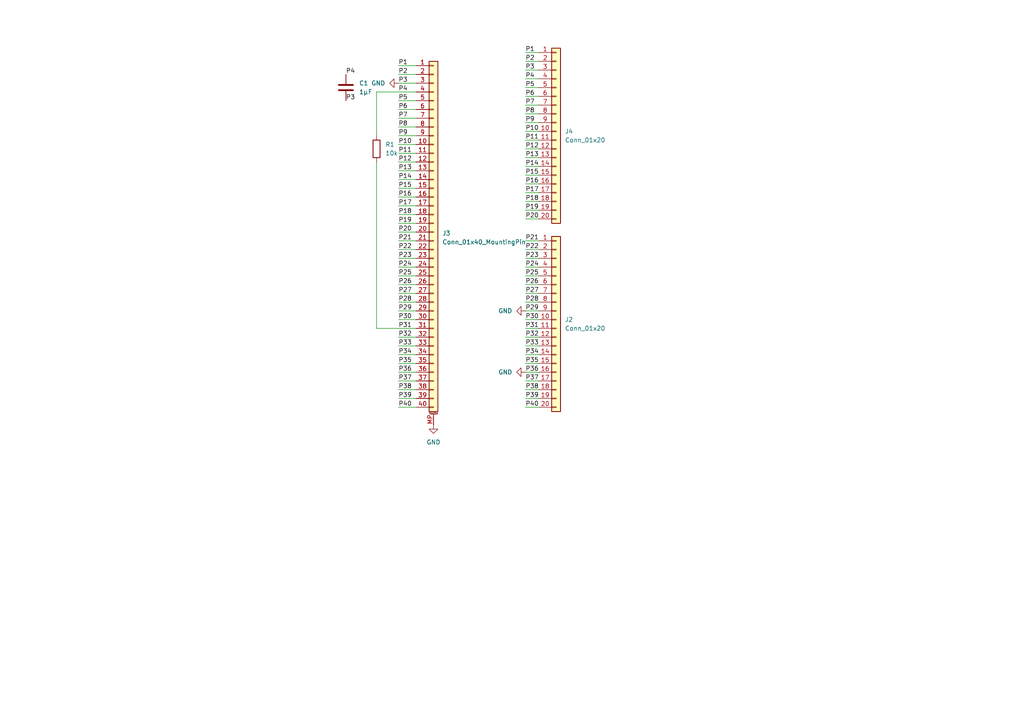
<source format=kicad_sch>
(kicad_sch
	(version 20250114)
	(generator "eeschema")
	(generator_version "9.0")
	(uuid "045256ba-2657-4493-ae73-a3e5607f8f82")
	(paper "A4")
	(lib_symbols
		(symbol "Connector_Generic:Conn_01x20"
			(pin_names
				(offset 1.016)
				(hide yes)
			)
			(exclude_from_sim no)
			(in_bom yes)
			(on_board yes)
			(property "Reference" "J"
				(at 0 25.4 0)
				(effects
					(font
						(size 1.27 1.27)
					)
				)
			)
			(property "Value" "Conn_01x20"
				(at 0 -27.94 0)
				(effects
					(font
						(size 1.27 1.27)
					)
				)
			)
			(property "Footprint" ""
				(at 0 0 0)
				(effects
					(font
						(size 1.27 1.27)
					)
					(hide yes)
				)
			)
			(property "Datasheet" "~"
				(at 0 0 0)
				(effects
					(font
						(size 1.27 1.27)
					)
					(hide yes)
				)
			)
			(property "Description" "Generic connector, single row, 01x20, script generated (kicad-library-utils/schlib/autogen/connector/)"
				(at 0 0 0)
				(effects
					(font
						(size 1.27 1.27)
					)
					(hide yes)
				)
			)
			(property "ki_keywords" "connector"
				(at 0 0 0)
				(effects
					(font
						(size 1.27 1.27)
					)
					(hide yes)
				)
			)
			(property "ki_fp_filters" "Connector*:*_1x??_*"
				(at 0 0 0)
				(effects
					(font
						(size 1.27 1.27)
					)
					(hide yes)
				)
			)
			(symbol "Conn_01x20_1_1"
				(rectangle
					(start -1.27 24.13)
					(end 1.27 -26.67)
					(stroke
						(width 0.254)
						(type default)
					)
					(fill
						(type background)
					)
				)
				(rectangle
					(start -1.27 22.987)
					(end 0 22.733)
					(stroke
						(width 0.1524)
						(type default)
					)
					(fill
						(type none)
					)
				)
				(rectangle
					(start -1.27 20.447)
					(end 0 20.193)
					(stroke
						(width 0.1524)
						(type default)
					)
					(fill
						(type none)
					)
				)
				(rectangle
					(start -1.27 17.907)
					(end 0 17.653)
					(stroke
						(width 0.1524)
						(type default)
					)
					(fill
						(type none)
					)
				)
				(rectangle
					(start -1.27 15.367)
					(end 0 15.113)
					(stroke
						(width 0.1524)
						(type default)
					)
					(fill
						(type none)
					)
				)
				(rectangle
					(start -1.27 12.827)
					(end 0 12.573)
					(stroke
						(width 0.1524)
						(type default)
					)
					(fill
						(type none)
					)
				)
				(rectangle
					(start -1.27 10.287)
					(end 0 10.033)
					(stroke
						(width 0.1524)
						(type default)
					)
					(fill
						(type none)
					)
				)
				(rectangle
					(start -1.27 7.747)
					(end 0 7.493)
					(stroke
						(width 0.1524)
						(type default)
					)
					(fill
						(type none)
					)
				)
				(rectangle
					(start -1.27 5.207)
					(end 0 4.953)
					(stroke
						(width 0.1524)
						(type default)
					)
					(fill
						(type none)
					)
				)
				(rectangle
					(start -1.27 2.667)
					(end 0 2.413)
					(stroke
						(width 0.1524)
						(type default)
					)
					(fill
						(type none)
					)
				)
				(rectangle
					(start -1.27 0.127)
					(end 0 -0.127)
					(stroke
						(width 0.1524)
						(type default)
					)
					(fill
						(type none)
					)
				)
				(rectangle
					(start -1.27 -2.413)
					(end 0 -2.667)
					(stroke
						(width 0.1524)
						(type default)
					)
					(fill
						(type none)
					)
				)
				(rectangle
					(start -1.27 -4.953)
					(end 0 -5.207)
					(stroke
						(width 0.1524)
						(type default)
					)
					(fill
						(type none)
					)
				)
				(rectangle
					(start -1.27 -7.493)
					(end 0 -7.747)
					(stroke
						(width 0.1524)
						(type default)
					)
					(fill
						(type none)
					)
				)
				(rectangle
					(start -1.27 -10.033)
					(end 0 -10.287)
					(stroke
						(width 0.1524)
						(type default)
					)
					(fill
						(type none)
					)
				)
				(rectangle
					(start -1.27 -12.573)
					(end 0 -12.827)
					(stroke
						(width 0.1524)
						(type default)
					)
					(fill
						(type none)
					)
				)
				(rectangle
					(start -1.27 -15.113)
					(end 0 -15.367)
					(stroke
						(width 0.1524)
						(type default)
					)
					(fill
						(type none)
					)
				)
				(rectangle
					(start -1.27 -17.653)
					(end 0 -17.907)
					(stroke
						(width 0.1524)
						(type default)
					)
					(fill
						(type none)
					)
				)
				(rectangle
					(start -1.27 -20.193)
					(end 0 -20.447)
					(stroke
						(width 0.1524)
						(type default)
					)
					(fill
						(type none)
					)
				)
				(rectangle
					(start -1.27 -22.733)
					(end 0 -22.987)
					(stroke
						(width 0.1524)
						(type default)
					)
					(fill
						(type none)
					)
				)
				(rectangle
					(start -1.27 -25.273)
					(end 0 -25.527)
					(stroke
						(width 0.1524)
						(type default)
					)
					(fill
						(type none)
					)
				)
				(pin passive line
					(at -5.08 22.86 0)
					(length 3.81)
					(name "Pin_1"
						(effects
							(font
								(size 1.27 1.27)
							)
						)
					)
					(number "1"
						(effects
							(font
								(size 1.27 1.27)
							)
						)
					)
				)
				(pin passive line
					(at -5.08 20.32 0)
					(length 3.81)
					(name "Pin_2"
						(effects
							(font
								(size 1.27 1.27)
							)
						)
					)
					(number "2"
						(effects
							(font
								(size 1.27 1.27)
							)
						)
					)
				)
				(pin passive line
					(at -5.08 17.78 0)
					(length 3.81)
					(name "Pin_3"
						(effects
							(font
								(size 1.27 1.27)
							)
						)
					)
					(number "3"
						(effects
							(font
								(size 1.27 1.27)
							)
						)
					)
				)
				(pin passive line
					(at -5.08 15.24 0)
					(length 3.81)
					(name "Pin_4"
						(effects
							(font
								(size 1.27 1.27)
							)
						)
					)
					(number "4"
						(effects
							(font
								(size 1.27 1.27)
							)
						)
					)
				)
				(pin passive line
					(at -5.08 12.7 0)
					(length 3.81)
					(name "Pin_5"
						(effects
							(font
								(size 1.27 1.27)
							)
						)
					)
					(number "5"
						(effects
							(font
								(size 1.27 1.27)
							)
						)
					)
				)
				(pin passive line
					(at -5.08 10.16 0)
					(length 3.81)
					(name "Pin_6"
						(effects
							(font
								(size 1.27 1.27)
							)
						)
					)
					(number "6"
						(effects
							(font
								(size 1.27 1.27)
							)
						)
					)
				)
				(pin passive line
					(at -5.08 7.62 0)
					(length 3.81)
					(name "Pin_7"
						(effects
							(font
								(size 1.27 1.27)
							)
						)
					)
					(number "7"
						(effects
							(font
								(size 1.27 1.27)
							)
						)
					)
				)
				(pin passive line
					(at -5.08 5.08 0)
					(length 3.81)
					(name "Pin_8"
						(effects
							(font
								(size 1.27 1.27)
							)
						)
					)
					(number "8"
						(effects
							(font
								(size 1.27 1.27)
							)
						)
					)
				)
				(pin passive line
					(at -5.08 2.54 0)
					(length 3.81)
					(name "Pin_9"
						(effects
							(font
								(size 1.27 1.27)
							)
						)
					)
					(number "9"
						(effects
							(font
								(size 1.27 1.27)
							)
						)
					)
				)
				(pin passive line
					(at -5.08 0 0)
					(length 3.81)
					(name "Pin_10"
						(effects
							(font
								(size 1.27 1.27)
							)
						)
					)
					(number "10"
						(effects
							(font
								(size 1.27 1.27)
							)
						)
					)
				)
				(pin passive line
					(at -5.08 -2.54 0)
					(length 3.81)
					(name "Pin_11"
						(effects
							(font
								(size 1.27 1.27)
							)
						)
					)
					(number "11"
						(effects
							(font
								(size 1.27 1.27)
							)
						)
					)
				)
				(pin passive line
					(at -5.08 -5.08 0)
					(length 3.81)
					(name "Pin_12"
						(effects
							(font
								(size 1.27 1.27)
							)
						)
					)
					(number "12"
						(effects
							(font
								(size 1.27 1.27)
							)
						)
					)
				)
				(pin passive line
					(at -5.08 -7.62 0)
					(length 3.81)
					(name "Pin_13"
						(effects
							(font
								(size 1.27 1.27)
							)
						)
					)
					(number "13"
						(effects
							(font
								(size 1.27 1.27)
							)
						)
					)
				)
				(pin passive line
					(at -5.08 -10.16 0)
					(length 3.81)
					(name "Pin_14"
						(effects
							(font
								(size 1.27 1.27)
							)
						)
					)
					(number "14"
						(effects
							(font
								(size 1.27 1.27)
							)
						)
					)
				)
				(pin passive line
					(at -5.08 -12.7 0)
					(length 3.81)
					(name "Pin_15"
						(effects
							(font
								(size 1.27 1.27)
							)
						)
					)
					(number "15"
						(effects
							(font
								(size 1.27 1.27)
							)
						)
					)
				)
				(pin passive line
					(at -5.08 -15.24 0)
					(length 3.81)
					(name "Pin_16"
						(effects
							(font
								(size 1.27 1.27)
							)
						)
					)
					(number "16"
						(effects
							(font
								(size 1.27 1.27)
							)
						)
					)
				)
				(pin passive line
					(at -5.08 -17.78 0)
					(length 3.81)
					(name "Pin_17"
						(effects
							(font
								(size 1.27 1.27)
							)
						)
					)
					(number "17"
						(effects
							(font
								(size 1.27 1.27)
							)
						)
					)
				)
				(pin passive line
					(at -5.08 -20.32 0)
					(length 3.81)
					(name "Pin_18"
						(effects
							(font
								(size 1.27 1.27)
							)
						)
					)
					(number "18"
						(effects
							(font
								(size 1.27 1.27)
							)
						)
					)
				)
				(pin passive line
					(at -5.08 -22.86 0)
					(length 3.81)
					(name "Pin_19"
						(effects
							(font
								(size 1.27 1.27)
							)
						)
					)
					(number "19"
						(effects
							(font
								(size 1.27 1.27)
							)
						)
					)
				)
				(pin passive line
					(at -5.08 -25.4 0)
					(length 3.81)
					(name "Pin_20"
						(effects
							(font
								(size 1.27 1.27)
							)
						)
					)
					(number "20"
						(effects
							(font
								(size 1.27 1.27)
							)
						)
					)
				)
			)
			(embedded_fonts no)
		)
		(symbol "Connector_Generic_MountingPin:Conn_01x40_MountingPin"
			(pin_names
				(offset 1.016)
				(hide yes)
			)
			(exclude_from_sim no)
			(in_bom yes)
			(on_board yes)
			(property "Reference" "J"
				(at 0 50.8 0)
				(effects
					(font
						(size 1.27 1.27)
					)
				)
			)
			(property "Value" "Conn_01x40_MountingPin"
				(at 1.27 -53.34 0)
				(effects
					(font
						(size 1.27 1.27)
					)
					(justify left)
				)
			)
			(property "Footprint" ""
				(at 0 0 0)
				(effects
					(font
						(size 1.27 1.27)
					)
					(hide yes)
				)
			)
			(property "Datasheet" "~"
				(at 0 0 0)
				(effects
					(font
						(size 1.27 1.27)
					)
					(hide yes)
				)
			)
			(property "Description" "Generic connectable mounting pin connector, single row, 01x40, script generated (kicad-library-utils/schlib/autogen/connector/)"
				(at 0 0 0)
				(effects
					(font
						(size 1.27 1.27)
					)
					(hide yes)
				)
			)
			(property "ki_keywords" "connector"
				(at 0 0 0)
				(effects
					(font
						(size 1.27 1.27)
					)
					(hide yes)
				)
			)
			(property "ki_fp_filters" "Connector*:*_1x??-1MP*"
				(at 0 0 0)
				(effects
					(font
						(size 1.27 1.27)
					)
					(hide yes)
				)
			)
			(symbol "Conn_01x40_MountingPin_1_1"
				(rectangle
					(start -1.27 49.53)
					(end 1.27 -52.07)
					(stroke
						(width 0.254)
						(type default)
					)
					(fill
						(type background)
					)
				)
				(rectangle
					(start -1.27 48.387)
					(end 0 48.133)
					(stroke
						(width 0.1524)
						(type default)
					)
					(fill
						(type none)
					)
				)
				(rectangle
					(start -1.27 45.847)
					(end 0 45.593)
					(stroke
						(width 0.1524)
						(type default)
					)
					(fill
						(type none)
					)
				)
				(rectangle
					(start -1.27 43.307)
					(end 0 43.053)
					(stroke
						(width 0.1524)
						(type default)
					)
					(fill
						(type none)
					)
				)
				(rectangle
					(start -1.27 40.767)
					(end 0 40.513)
					(stroke
						(width 0.1524)
						(type default)
					)
					(fill
						(type none)
					)
				)
				(rectangle
					(start -1.27 38.227)
					(end 0 37.973)
					(stroke
						(width 0.1524)
						(type default)
					)
					(fill
						(type none)
					)
				)
				(rectangle
					(start -1.27 35.687)
					(end 0 35.433)
					(stroke
						(width 0.1524)
						(type default)
					)
					(fill
						(type none)
					)
				)
				(rectangle
					(start -1.27 33.147)
					(end 0 32.893)
					(stroke
						(width 0.1524)
						(type default)
					)
					(fill
						(type none)
					)
				)
				(rectangle
					(start -1.27 30.607)
					(end 0 30.353)
					(stroke
						(width 0.1524)
						(type default)
					)
					(fill
						(type none)
					)
				)
				(rectangle
					(start -1.27 28.067)
					(end 0 27.813)
					(stroke
						(width 0.1524)
						(type default)
					)
					(fill
						(type none)
					)
				)
				(rectangle
					(start -1.27 25.527)
					(end 0 25.273)
					(stroke
						(width 0.1524)
						(type default)
					)
					(fill
						(type none)
					)
				)
				(rectangle
					(start -1.27 22.987)
					(end 0 22.733)
					(stroke
						(width 0.1524)
						(type default)
					)
					(fill
						(type none)
					)
				)
				(rectangle
					(start -1.27 20.447)
					(end 0 20.193)
					(stroke
						(width 0.1524)
						(type default)
					)
					(fill
						(type none)
					)
				)
				(rectangle
					(start -1.27 17.907)
					(end 0 17.653)
					(stroke
						(width 0.1524)
						(type default)
					)
					(fill
						(type none)
					)
				)
				(rectangle
					(start -1.27 15.367)
					(end 0 15.113)
					(stroke
						(width 0.1524)
						(type default)
					)
					(fill
						(type none)
					)
				)
				(rectangle
					(start -1.27 12.827)
					(end 0 12.573)
					(stroke
						(width 0.1524)
						(type default)
					)
					(fill
						(type none)
					)
				)
				(rectangle
					(start -1.27 10.287)
					(end 0 10.033)
					(stroke
						(width 0.1524)
						(type default)
					)
					(fill
						(type none)
					)
				)
				(rectangle
					(start -1.27 7.747)
					(end 0 7.493)
					(stroke
						(width 0.1524)
						(type default)
					)
					(fill
						(type none)
					)
				)
				(rectangle
					(start -1.27 5.207)
					(end 0 4.953)
					(stroke
						(width 0.1524)
						(type default)
					)
					(fill
						(type none)
					)
				)
				(rectangle
					(start -1.27 2.667)
					(end 0 2.413)
					(stroke
						(width 0.1524)
						(type default)
					)
					(fill
						(type none)
					)
				)
				(rectangle
					(start -1.27 0.127)
					(end 0 -0.127)
					(stroke
						(width 0.1524)
						(type default)
					)
					(fill
						(type none)
					)
				)
				(rectangle
					(start -1.27 -2.413)
					(end 0 -2.667)
					(stroke
						(width 0.1524)
						(type default)
					)
					(fill
						(type none)
					)
				)
				(rectangle
					(start -1.27 -4.953)
					(end 0 -5.207)
					(stroke
						(width 0.1524)
						(type default)
					)
					(fill
						(type none)
					)
				)
				(rectangle
					(start -1.27 -7.493)
					(end 0 -7.747)
					(stroke
						(width 0.1524)
						(type default)
					)
					(fill
						(type none)
					)
				)
				(rectangle
					(start -1.27 -10.033)
					(end 0 -10.287)
					(stroke
						(width 0.1524)
						(type default)
					)
					(fill
						(type none)
					)
				)
				(rectangle
					(start -1.27 -12.573)
					(end 0 -12.827)
					(stroke
						(width 0.1524)
						(type default)
					)
					(fill
						(type none)
					)
				)
				(rectangle
					(start -1.27 -15.113)
					(end 0 -15.367)
					(stroke
						(width 0.1524)
						(type default)
					)
					(fill
						(type none)
					)
				)
				(rectangle
					(start -1.27 -17.653)
					(end 0 -17.907)
					(stroke
						(width 0.1524)
						(type default)
					)
					(fill
						(type none)
					)
				)
				(rectangle
					(start -1.27 -20.193)
					(end 0 -20.447)
					(stroke
						(width 0.1524)
						(type default)
					)
					(fill
						(type none)
					)
				)
				(rectangle
					(start -1.27 -22.733)
					(end 0 -22.987)
					(stroke
						(width 0.1524)
						(type default)
					)
					(fill
						(type none)
					)
				)
				(rectangle
					(start -1.27 -25.273)
					(end 0 -25.527)
					(stroke
						(width 0.1524)
						(type default)
					)
					(fill
						(type none)
					)
				)
				(rectangle
					(start -1.27 -27.813)
					(end 0 -28.067)
					(stroke
						(width 0.1524)
						(type default)
					)
					(fill
						(type none)
					)
				)
				(rectangle
					(start -1.27 -30.353)
					(end 0 -30.607)
					(stroke
						(width 0.1524)
						(type default)
					)
					(fill
						(type none)
					)
				)
				(rectangle
					(start -1.27 -32.893)
					(end 0 -33.147)
					(stroke
						(width 0.1524)
						(type default)
					)
					(fill
						(type none)
					)
				)
				(rectangle
					(start -1.27 -35.433)
					(end 0 -35.687)
					(stroke
						(width 0.1524)
						(type default)
					)
					(fill
						(type none)
					)
				)
				(rectangle
					(start -1.27 -37.973)
					(end 0 -38.227)
					(stroke
						(width 0.1524)
						(type default)
					)
					(fill
						(type none)
					)
				)
				(rectangle
					(start -1.27 -40.513)
					(end 0 -40.767)
					(stroke
						(width 0.1524)
						(type default)
					)
					(fill
						(type none)
					)
				)
				(rectangle
					(start -1.27 -43.053)
					(end 0 -43.307)
					(stroke
						(width 0.1524)
						(type default)
					)
					(fill
						(type none)
					)
				)
				(rectangle
					(start -1.27 -45.593)
					(end 0 -45.847)
					(stroke
						(width 0.1524)
						(type default)
					)
					(fill
						(type none)
					)
				)
				(rectangle
					(start -1.27 -48.133)
					(end 0 -48.387)
					(stroke
						(width 0.1524)
						(type default)
					)
					(fill
						(type none)
					)
				)
				(rectangle
					(start -1.27 -50.673)
					(end 0 -50.927)
					(stroke
						(width 0.1524)
						(type default)
					)
					(fill
						(type none)
					)
				)
				(polyline
					(pts
						(xy -1.016 -52.832) (xy 1.016 -52.832)
					)
					(stroke
						(width 0.1524)
						(type default)
					)
					(fill
						(type none)
					)
				)
				(text "Mounting"
					(at 0 -52.451 0)
					(effects
						(font
							(size 0.381 0.381)
						)
					)
				)
				(pin passive line
					(at -5.08 48.26 0)
					(length 3.81)
					(name "Pin_1"
						(effects
							(font
								(size 1.27 1.27)
							)
						)
					)
					(number "1"
						(effects
							(font
								(size 1.27 1.27)
							)
						)
					)
				)
				(pin passive line
					(at -5.08 45.72 0)
					(length 3.81)
					(name "Pin_2"
						(effects
							(font
								(size 1.27 1.27)
							)
						)
					)
					(number "2"
						(effects
							(font
								(size 1.27 1.27)
							)
						)
					)
				)
				(pin passive line
					(at -5.08 43.18 0)
					(length 3.81)
					(name "Pin_3"
						(effects
							(font
								(size 1.27 1.27)
							)
						)
					)
					(number "3"
						(effects
							(font
								(size 1.27 1.27)
							)
						)
					)
				)
				(pin passive line
					(at -5.08 40.64 0)
					(length 3.81)
					(name "Pin_4"
						(effects
							(font
								(size 1.27 1.27)
							)
						)
					)
					(number "4"
						(effects
							(font
								(size 1.27 1.27)
							)
						)
					)
				)
				(pin passive line
					(at -5.08 38.1 0)
					(length 3.81)
					(name "Pin_5"
						(effects
							(font
								(size 1.27 1.27)
							)
						)
					)
					(number "5"
						(effects
							(font
								(size 1.27 1.27)
							)
						)
					)
				)
				(pin passive line
					(at -5.08 35.56 0)
					(length 3.81)
					(name "Pin_6"
						(effects
							(font
								(size 1.27 1.27)
							)
						)
					)
					(number "6"
						(effects
							(font
								(size 1.27 1.27)
							)
						)
					)
				)
				(pin passive line
					(at -5.08 33.02 0)
					(length 3.81)
					(name "Pin_7"
						(effects
							(font
								(size 1.27 1.27)
							)
						)
					)
					(number "7"
						(effects
							(font
								(size 1.27 1.27)
							)
						)
					)
				)
				(pin passive line
					(at -5.08 30.48 0)
					(length 3.81)
					(name "Pin_8"
						(effects
							(font
								(size 1.27 1.27)
							)
						)
					)
					(number "8"
						(effects
							(font
								(size 1.27 1.27)
							)
						)
					)
				)
				(pin passive line
					(at -5.08 27.94 0)
					(length 3.81)
					(name "Pin_9"
						(effects
							(font
								(size 1.27 1.27)
							)
						)
					)
					(number "9"
						(effects
							(font
								(size 1.27 1.27)
							)
						)
					)
				)
				(pin passive line
					(at -5.08 25.4 0)
					(length 3.81)
					(name "Pin_10"
						(effects
							(font
								(size 1.27 1.27)
							)
						)
					)
					(number "10"
						(effects
							(font
								(size 1.27 1.27)
							)
						)
					)
				)
				(pin passive line
					(at -5.08 22.86 0)
					(length 3.81)
					(name "Pin_11"
						(effects
							(font
								(size 1.27 1.27)
							)
						)
					)
					(number "11"
						(effects
							(font
								(size 1.27 1.27)
							)
						)
					)
				)
				(pin passive line
					(at -5.08 20.32 0)
					(length 3.81)
					(name "Pin_12"
						(effects
							(font
								(size 1.27 1.27)
							)
						)
					)
					(number "12"
						(effects
							(font
								(size 1.27 1.27)
							)
						)
					)
				)
				(pin passive line
					(at -5.08 17.78 0)
					(length 3.81)
					(name "Pin_13"
						(effects
							(font
								(size 1.27 1.27)
							)
						)
					)
					(number "13"
						(effects
							(font
								(size 1.27 1.27)
							)
						)
					)
				)
				(pin passive line
					(at -5.08 15.24 0)
					(length 3.81)
					(name "Pin_14"
						(effects
							(font
								(size 1.27 1.27)
							)
						)
					)
					(number "14"
						(effects
							(font
								(size 1.27 1.27)
							)
						)
					)
				)
				(pin passive line
					(at -5.08 12.7 0)
					(length 3.81)
					(name "Pin_15"
						(effects
							(font
								(size 1.27 1.27)
							)
						)
					)
					(number "15"
						(effects
							(font
								(size 1.27 1.27)
							)
						)
					)
				)
				(pin passive line
					(at -5.08 10.16 0)
					(length 3.81)
					(name "Pin_16"
						(effects
							(font
								(size 1.27 1.27)
							)
						)
					)
					(number "16"
						(effects
							(font
								(size 1.27 1.27)
							)
						)
					)
				)
				(pin passive line
					(at -5.08 7.62 0)
					(length 3.81)
					(name "Pin_17"
						(effects
							(font
								(size 1.27 1.27)
							)
						)
					)
					(number "17"
						(effects
							(font
								(size 1.27 1.27)
							)
						)
					)
				)
				(pin passive line
					(at -5.08 5.08 0)
					(length 3.81)
					(name "Pin_18"
						(effects
							(font
								(size 1.27 1.27)
							)
						)
					)
					(number "18"
						(effects
							(font
								(size 1.27 1.27)
							)
						)
					)
				)
				(pin passive line
					(at -5.08 2.54 0)
					(length 3.81)
					(name "Pin_19"
						(effects
							(font
								(size 1.27 1.27)
							)
						)
					)
					(number "19"
						(effects
							(font
								(size 1.27 1.27)
							)
						)
					)
				)
				(pin passive line
					(at -5.08 0 0)
					(length 3.81)
					(name "Pin_20"
						(effects
							(font
								(size 1.27 1.27)
							)
						)
					)
					(number "20"
						(effects
							(font
								(size 1.27 1.27)
							)
						)
					)
				)
				(pin passive line
					(at -5.08 -2.54 0)
					(length 3.81)
					(name "Pin_21"
						(effects
							(font
								(size 1.27 1.27)
							)
						)
					)
					(number "21"
						(effects
							(font
								(size 1.27 1.27)
							)
						)
					)
				)
				(pin passive line
					(at -5.08 -5.08 0)
					(length 3.81)
					(name "Pin_22"
						(effects
							(font
								(size 1.27 1.27)
							)
						)
					)
					(number "22"
						(effects
							(font
								(size 1.27 1.27)
							)
						)
					)
				)
				(pin passive line
					(at -5.08 -7.62 0)
					(length 3.81)
					(name "Pin_23"
						(effects
							(font
								(size 1.27 1.27)
							)
						)
					)
					(number "23"
						(effects
							(font
								(size 1.27 1.27)
							)
						)
					)
				)
				(pin passive line
					(at -5.08 -10.16 0)
					(length 3.81)
					(name "Pin_24"
						(effects
							(font
								(size 1.27 1.27)
							)
						)
					)
					(number "24"
						(effects
							(font
								(size 1.27 1.27)
							)
						)
					)
				)
				(pin passive line
					(at -5.08 -12.7 0)
					(length 3.81)
					(name "Pin_25"
						(effects
							(font
								(size 1.27 1.27)
							)
						)
					)
					(number "25"
						(effects
							(font
								(size 1.27 1.27)
							)
						)
					)
				)
				(pin passive line
					(at -5.08 -15.24 0)
					(length 3.81)
					(name "Pin_26"
						(effects
							(font
								(size 1.27 1.27)
							)
						)
					)
					(number "26"
						(effects
							(font
								(size 1.27 1.27)
							)
						)
					)
				)
				(pin passive line
					(at -5.08 -17.78 0)
					(length 3.81)
					(name "Pin_27"
						(effects
							(font
								(size 1.27 1.27)
							)
						)
					)
					(number "27"
						(effects
							(font
								(size 1.27 1.27)
							)
						)
					)
				)
				(pin passive line
					(at -5.08 -20.32 0)
					(length 3.81)
					(name "Pin_28"
						(effects
							(font
								(size 1.27 1.27)
							)
						)
					)
					(number "28"
						(effects
							(font
								(size 1.27 1.27)
							)
						)
					)
				)
				(pin passive line
					(at -5.08 -22.86 0)
					(length 3.81)
					(name "Pin_29"
						(effects
							(font
								(size 1.27 1.27)
							)
						)
					)
					(number "29"
						(effects
							(font
								(size 1.27 1.27)
							)
						)
					)
				)
				(pin passive line
					(at -5.08 -25.4 0)
					(length 3.81)
					(name "Pin_30"
						(effects
							(font
								(size 1.27 1.27)
							)
						)
					)
					(number "30"
						(effects
							(font
								(size 1.27 1.27)
							)
						)
					)
				)
				(pin passive line
					(at -5.08 -27.94 0)
					(length 3.81)
					(name "Pin_31"
						(effects
							(font
								(size 1.27 1.27)
							)
						)
					)
					(number "31"
						(effects
							(font
								(size 1.27 1.27)
							)
						)
					)
				)
				(pin passive line
					(at -5.08 -30.48 0)
					(length 3.81)
					(name "Pin_32"
						(effects
							(font
								(size 1.27 1.27)
							)
						)
					)
					(number "32"
						(effects
							(font
								(size 1.27 1.27)
							)
						)
					)
				)
				(pin passive line
					(at -5.08 -33.02 0)
					(length 3.81)
					(name "Pin_33"
						(effects
							(font
								(size 1.27 1.27)
							)
						)
					)
					(number "33"
						(effects
							(font
								(size 1.27 1.27)
							)
						)
					)
				)
				(pin passive line
					(at -5.08 -35.56 0)
					(length 3.81)
					(name "Pin_34"
						(effects
							(font
								(size 1.27 1.27)
							)
						)
					)
					(number "34"
						(effects
							(font
								(size 1.27 1.27)
							)
						)
					)
				)
				(pin passive line
					(at -5.08 -38.1 0)
					(length 3.81)
					(name "Pin_35"
						(effects
							(font
								(size 1.27 1.27)
							)
						)
					)
					(number "35"
						(effects
							(font
								(size 1.27 1.27)
							)
						)
					)
				)
				(pin passive line
					(at -5.08 -40.64 0)
					(length 3.81)
					(name "Pin_36"
						(effects
							(font
								(size 1.27 1.27)
							)
						)
					)
					(number "36"
						(effects
							(font
								(size 1.27 1.27)
							)
						)
					)
				)
				(pin passive line
					(at -5.08 -43.18 0)
					(length 3.81)
					(name "Pin_37"
						(effects
							(font
								(size 1.27 1.27)
							)
						)
					)
					(number "37"
						(effects
							(font
								(size 1.27 1.27)
							)
						)
					)
				)
				(pin passive line
					(at -5.08 -45.72 0)
					(length 3.81)
					(name "Pin_38"
						(effects
							(font
								(size 1.27 1.27)
							)
						)
					)
					(number "38"
						(effects
							(font
								(size 1.27 1.27)
							)
						)
					)
				)
				(pin passive line
					(at -5.08 -48.26 0)
					(length 3.81)
					(name "Pin_39"
						(effects
							(font
								(size 1.27 1.27)
							)
						)
					)
					(number "39"
						(effects
							(font
								(size 1.27 1.27)
							)
						)
					)
				)
				(pin passive line
					(at -5.08 -50.8 0)
					(length 3.81)
					(name "Pin_40"
						(effects
							(font
								(size 1.27 1.27)
							)
						)
					)
					(number "40"
						(effects
							(font
								(size 1.27 1.27)
							)
						)
					)
				)
				(pin passive line
					(at 0 -55.88 90)
					(length 3.048)
					(name "MountPin"
						(effects
							(font
								(size 1.27 1.27)
							)
						)
					)
					(number "MP"
						(effects
							(font
								(size 1.27 1.27)
							)
						)
					)
				)
			)
			(embedded_fonts no)
		)
		(symbol "Device:C"
			(pin_numbers
				(hide yes)
			)
			(pin_names
				(offset 0.254)
			)
			(exclude_from_sim no)
			(in_bom yes)
			(on_board yes)
			(property "Reference" "C"
				(at 0.635 2.54 0)
				(effects
					(font
						(size 1.27 1.27)
					)
					(justify left)
				)
			)
			(property "Value" "C"
				(at 0.635 -2.54 0)
				(effects
					(font
						(size 1.27 1.27)
					)
					(justify left)
				)
			)
			(property "Footprint" ""
				(at 0.9652 -3.81 0)
				(effects
					(font
						(size 1.27 1.27)
					)
					(hide yes)
				)
			)
			(property "Datasheet" "~"
				(at 0 0 0)
				(effects
					(font
						(size 1.27 1.27)
					)
					(hide yes)
				)
			)
			(property "Description" "Unpolarized capacitor"
				(at 0 0 0)
				(effects
					(font
						(size 1.27 1.27)
					)
					(hide yes)
				)
			)
			(property "ki_keywords" "cap capacitor"
				(at 0 0 0)
				(effects
					(font
						(size 1.27 1.27)
					)
					(hide yes)
				)
			)
			(property "ki_fp_filters" "C_*"
				(at 0 0 0)
				(effects
					(font
						(size 1.27 1.27)
					)
					(hide yes)
				)
			)
			(symbol "C_0_1"
				(polyline
					(pts
						(xy -2.032 0.762) (xy 2.032 0.762)
					)
					(stroke
						(width 0.508)
						(type default)
					)
					(fill
						(type none)
					)
				)
				(polyline
					(pts
						(xy -2.032 -0.762) (xy 2.032 -0.762)
					)
					(stroke
						(width 0.508)
						(type default)
					)
					(fill
						(type none)
					)
				)
			)
			(symbol "C_1_1"
				(pin passive line
					(at 0 3.81 270)
					(length 2.794)
					(name "~"
						(effects
							(font
								(size 1.27 1.27)
							)
						)
					)
					(number "1"
						(effects
							(font
								(size 1.27 1.27)
							)
						)
					)
				)
				(pin passive line
					(at 0 -3.81 90)
					(length 2.794)
					(name "~"
						(effects
							(font
								(size 1.27 1.27)
							)
						)
					)
					(number "2"
						(effects
							(font
								(size 1.27 1.27)
							)
						)
					)
				)
			)
			(embedded_fonts no)
		)
		(symbol "Device:R"
			(pin_numbers
				(hide yes)
			)
			(pin_names
				(offset 0)
			)
			(exclude_from_sim no)
			(in_bom yes)
			(on_board yes)
			(property "Reference" "R"
				(at 2.032 0 90)
				(effects
					(font
						(size 1.27 1.27)
					)
				)
			)
			(property "Value" "R"
				(at 0 0 90)
				(effects
					(font
						(size 1.27 1.27)
					)
				)
			)
			(property "Footprint" ""
				(at -1.778 0 90)
				(effects
					(font
						(size 1.27 1.27)
					)
					(hide yes)
				)
			)
			(property "Datasheet" "~"
				(at 0 0 0)
				(effects
					(font
						(size 1.27 1.27)
					)
					(hide yes)
				)
			)
			(property "Description" "Resistor"
				(at 0 0 0)
				(effects
					(font
						(size 1.27 1.27)
					)
					(hide yes)
				)
			)
			(property "ki_keywords" "R res resistor"
				(at 0 0 0)
				(effects
					(font
						(size 1.27 1.27)
					)
					(hide yes)
				)
			)
			(property "ki_fp_filters" "R_*"
				(at 0 0 0)
				(effects
					(font
						(size 1.27 1.27)
					)
					(hide yes)
				)
			)
			(symbol "R_0_1"
				(rectangle
					(start -1.016 -2.54)
					(end 1.016 2.54)
					(stroke
						(width 0.254)
						(type default)
					)
					(fill
						(type none)
					)
				)
			)
			(symbol "R_1_1"
				(pin passive line
					(at 0 3.81 270)
					(length 1.27)
					(name "~"
						(effects
							(font
								(size 1.27 1.27)
							)
						)
					)
					(number "1"
						(effects
							(font
								(size 1.27 1.27)
							)
						)
					)
				)
				(pin passive line
					(at 0 -3.81 90)
					(length 1.27)
					(name "~"
						(effects
							(font
								(size 1.27 1.27)
							)
						)
					)
					(number "2"
						(effects
							(font
								(size 1.27 1.27)
							)
						)
					)
				)
			)
			(embedded_fonts no)
		)
		(symbol "power:GND"
			(power)
			(pin_numbers
				(hide yes)
			)
			(pin_names
				(offset 0)
				(hide yes)
			)
			(exclude_from_sim no)
			(in_bom yes)
			(on_board yes)
			(property "Reference" "#PWR"
				(at 0 -6.35 0)
				(effects
					(font
						(size 1.27 1.27)
					)
					(hide yes)
				)
			)
			(property "Value" "GND"
				(at 0 -3.81 0)
				(effects
					(font
						(size 1.27 1.27)
					)
				)
			)
			(property "Footprint" ""
				(at 0 0 0)
				(effects
					(font
						(size 1.27 1.27)
					)
					(hide yes)
				)
			)
			(property "Datasheet" ""
				(at 0 0 0)
				(effects
					(font
						(size 1.27 1.27)
					)
					(hide yes)
				)
			)
			(property "Description" "Power symbol creates a global label with name \"GND\" , ground"
				(at 0 0 0)
				(effects
					(font
						(size 1.27 1.27)
					)
					(hide yes)
				)
			)
			(property "ki_keywords" "global power"
				(at 0 0 0)
				(effects
					(font
						(size 1.27 1.27)
					)
					(hide yes)
				)
			)
			(symbol "GND_0_1"
				(polyline
					(pts
						(xy 0 0) (xy 0 -1.27) (xy 1.27 -1.27) (xy 0 -2.54) (xy -1.27 -1.27) (xy 0 -1.27)
					)
					(stroke
						(width 0)
						(type default)
					)
					(fill
						(type none)
					)
				)
			)
			(symbol "GND_1_1"
				(pin power_in line
					(at 0 0 270)
					(length 0)
					(name "~"
						(effects
							(font
								(size 1.27 1.27)
							)
						)
					)
					(number "1"
						(effects
							(font
								(size 1.27 1.27)
							)
						)
					)
				)
			)
			(embedded_fonts no)
		)
	)
	(wire
		(pts
			(xy 156.21 53.34) (xy 152.4 53.34)
		)
		(stroke
			(width 0)
			(type default)
		)
		(uuid "01c6b00e-a5c6-4cfd-8ad7-a76939132f06")
	)
	(wire
		(pts
			(xy 156.21 48.26) (xy 152.4 48.26)
		)
		(stroke
			(width 0)
			(type default)
		)
		(uuid "078a569f-c942-4c90-9094-6eeb890632b6")
	)
	(wire
		(pts
			(xy 120.65 41.91) (xy 115.57 41.91)
		)
		(stroke
			(width 0)
			(type default)
		)
		(uuid "07fa72c2-f377-4552-8c32-5bff1c70785b")
	)
	(wire
		(pts
			(xy 120.65 44.45) (xy 115.57 44.45)
		)
		(stroke
			(width 0)
			(type default)
		)
		(uuid "091f951c-6a8d-4063-b48c-35bde2c1f0ea")
	)
	(wire
		(pts
			(xy 156.21 63.5) (xy 152.4 63.5)
		)
		(stroke
			(width 0)
			(type default)
		)
		(uuid "0e02720a-21b6-471e-b550-f1d156b3de7a")
	)
	(wire
		(pts
			(xy 156.21 15.24) (xy 152.4 15.24)
		)
		(stroke
			(width 0)
			(type default)
		)
		(uuid "15eceb88-26ad-4bd1-ba22-c34bd14cf1d8")
	)
	(wire
		(pts
			(xy 120.65 36.83) (xy 115.57 36.83)
		)
		(stroke
			(width 0)
			(type default)
		)
		(uuid "191bd815-ce12-4e4b-b348-0eedd68bf749")
	)
	(wire
		(pts
			(xy 156.21 110.49) (xy 152.4 110.49)
		)
		(stroke
			(width 0)
			(type default)
		)
		(uuid "19826288-9e6f-4d1d-9461-16ae5579e717")
	)
	(wire
		(pts
			(xy 156.21 77.47) (xy 152.4 77.47)
		)
		(stroke
			(width 0)
			(type default)
		)
		(uuid "2182571a-8848-4f4f-9504-fca5d5e52587")
	)
	(wire
		(pts
			(xy 156.21 107.95) (xy 152.4 107.95)
		)
		(stroke
			(width 0)
			(type default)
		)
		(uuid "23dff609-353b-4708-90c7-b30a3e4e2b60")
	)
	(wire
		(pts
			(xy 156.21 69.85) (xy 152.4 69.85)
		)
		(stroke
			(width 0)
			(type default)
		)
		(uuid "27e0d02e-03a7-47dd-a89a-2724d62d6984")
	)
	(wire
		(pts
			(xy 109.22 46.99) (xy 109.22 95.25)
		)
		(stroke
			(width 0)
			(type default)
		)
		(uuid "27e3a86f-19ec-41b9-a298-7c55be604c6f")
	)
	(wire
		(pts
			(xy 156.21 115.57) (xy 152.4 115.57)
		)
		(stroke
			(width 0)
			(type default)
		)
		(uuid "2adcc0d2-ccc9-4647-b717-e3c032529538")
	)
	(wire
		(pts
			(xy 156.21 33.02) (xy 152.4 33.02)
		)
		(stroke
			(width 0)
			(type default)
		)
		(uuid "2ed209de-dfe7-4f22-856c-6ae5fa21485c")
	)
	(wire
		(pts
			(xy 156.21 17.78) (xy 152.4 17.78)
		)
		(stroke
			(width 0)
			(type default)
		)
		(uuid "31b2fa0a-b835-44f6-9813-1106b26c7416")
	)
	(wire
		(pts
			(xy 120.65 46.99) (xy 115.57 46.99)
		)
		(stroke
			(width 0)
			(type default)
		)
		(uuid "395bf10a-fb63-4c0b-973b-71e5f582f512")
	)
	(wire
		(pts
			(xy 156.21 80.01) (xy 152.4 80.01)
		)
		(stroke
			(width 0)
			(type default)
		)
		(uuid "3a6f3a1f-6837-4abf-8721-86121e4755f3")
	)
	(wire
		(pts
			(xy 156.21 85.09) (xy 152.4 85.09)
		)
		(stroke
			(width 0)
			(type default)
		)
		(uuid "3b886747-5759-478d-9802-2c1a09cbbdaa")
	)
	(wire
		(pts
			(xy 120.65 90.17) (xy 115.57 90.17)
		)
		(stroke
			(width 0)
			(type default)
		)
		(uuid "41021e5c-8d29-476d-b767-42ea7c533a6d")
	)
	(wire
		(pts
			(xy 156.21 38.1) (xy 152.4 38.1)
		)
		(stroke
			(width 0)
			(type default)
		)
		(uuid "41aa5398-17d5-49d6-9626-90136c52a8f7")
	)
	(wire
		(pts
			(xy 120.65 82.55) (xy 115.57 82.55)
		)
		(stroke
			(width 0)
			(type default)
		)
		(uuid "4331cd2c-0419-4c15-b0ad-8146e834b4e0")
	)
	(wire
		(pts
			(xy 156.21 22.86) (xy 152.4 22.86)
		)
		(stroke
			(width 0)
			(type default)
		)
		(uuid "4594feb6-f9cd-45f7-8de1-21f0bc7347be")
	)
	(wire
		(pts
			(xy 120.65 115.57) (xy 115.57 115.57)
		)
		(stroke
			(width 0)
			(type default)
		)
		(uuid "548a8552-af76-4394-ad14-f3993479d299")
	)
	(wire
		(pts
			(xy 109.22 26.67) (xy 120.65 26.67)
		)
		(stroke
			(width 0)
			(type default)
		)
		(uuid "59add354-7c33-4a2b-8bab-e776b17e969a")
	)
	(wire
		(pts
			(xy 109.22 95.25) (xy 120.65 95.25)
		)
		(stroke
			(width 0)
			(type default)
		)
		(uuid "5e6f3411-e6e0-4f04-b36b-12d18414f12a")
	)
	(wire
		(pts
			(xy 156.21 82.55) (xy 152.4 82.55)
		)
		(stroke
			(width 0)
			(type default)
		)
		(uuid "65d39c43-7543-48d6-af8b-7d0436bf47ea")
	)
	(wire
		(pts
			(xy 120.65 118.11) (xy 115.57 118.11)
		)
		(stroke
			(width 0)
			(type default)
		)
		(uuid "6720ecac-61df-43d1-a3c7-f47103d51a4a")
	)
	(wire
		(pts
			(xy 156.21 72.39) (xy 152.4 72.39)
		)
		(stroke
			(width 0)
			(type default)
		)
		(uuid "6a146d8a-6882-4d2a-a8d3-aa6f6434df71")
	)
	(wire
		(pts
			(xy 120.65 80.01) (xy 115.57 80.01)
		)
		(stroke
			(width 0)
			(type default)
		)
		(uuid "6b4065d6-c062-4f94-afb8-f9d649cb3ba6")
	)
	(wire
		(pts
			(xy 156.21 45.72) (xy 152.4 45.72)
		)
		(stroke
			(width 0)
			(type default)
		)
		(uuid "6c4782ff-e812-4966-8a59-889d9cd4dd48")
	)
	(wire
		(pts
			(xy 156.21 35.56) (xy 152.4 35.56)
		)
		(stroke
			(width 0)
			(type default)
		)
		(uuid "6c97f88c-b542-4437-ae10-37da99b4deb0")
	)
	(wire
		(pts
			(xy 120.65 102.87) (xy 115.57 102.87)
		)
		(stroke
			(width 0)
			(type default)
		)
		(uuid "6e68d452-229f-4e43-8946-f9c20480b001")
	)
	(wire
		(pts
			(xy 156.21 55.88) (xy 152.4 55.88)
		)
		(stroke
			(width 0)
			(type default)
		)
		(uuid "73e4b8ee-c4f7-49b5-9ea4-1aee81ffe939")
	)
	(wire
		(pts
			(xy 120.65 39.37) (xy 115.57 39.37)
		)
		(stroke
			(width 0)
			(type default)
		)
		(uuid "7475c524-9e4e-436b-8261-c62bf48f276b")
	)
	(wire
		(pts
			(xy 156.21 113.03) (xy 152.4 113.03)
		)
		(stroke
			(width 0)
			(type default)
		)
		(uuid "74a3c90f-5158-48cd-aa8b-b03a11f6f62c")
	)
	(wire
		(pts
			(xy 120.65 97.79) (xy 115.57 97.79)
		)
		(stroke
			(width 0)
			(type default)
		)
		(uuid "74eeafd9-971d-4643-8811-3a284ff5ea71")
	)
	(wire
		(pts
			(xy 156.21 74.93) (xy 152.4 74.93)
		)
		(stroke
			(width 0)
			(type default)
		)
		(uuid "7d428a87-adcf-4d6e-a3ef-da8822db5e02")
	)
	(wire
		(pts
			(xy 120.65 24.13) (xy 115.57 24.13)
		)
		(stroke
			(width 0)
			(type default)
		)
		(uuid "7e82a515-7fce-4225-be02-f1d4991bc289")
	)
	(wire
		(pts
			(xy 120.65 49.53) (xy 115.57 49.53)
		)
		(stroke
			(width 0)
			(type default)
		)
		(uuid "7ecaf362-e446-49c5-828d-3a50746216e1")
	)
	(wire
		(pts
			(xy 120.65 62.23) (xy 115.57 62.23)
		)
		(stroke
			(width 0)
			(type default)
		)
		(uuid "80205fac-ed11-4d39-b670-2d88835a473e")
	)
	(wire
		(pts
			(xy 120.65 34.29) (xy 115.57 34.29)
		)
		(stroke
			(width 0)
			(type default)
		)
		(uuid "80795354-ad22-4a91-8493-79286f1a79aa")
	)
	(wire
		(pts
			(xy 156.21 20.32) (xy 152.4 20.32)
		)
		(stroke
			(width 0)
			(type default)
		)
		(uuid "87c1f541-6bfa-45fd-81b3-773155daf949")
	)
	(wire
		(pts
			(xy 156.21 25.4) (xy 152.4 25.4)
		)
		(stroke
			(width 0)
			(type default)
		)
		(uuid "8a99efef-8050-4627-9f59-68762223ee1c")
	)
	(wire
		(pts
			(xy 120.65 19.05) (xy 115.57 19.05)
		)
		(stroke
			(width 0)
			(type default)
		)
		(uuid "8bffd987-a093-439f-b841-ab07d538dafd")
	)
	(wire
		(pts
			(xy 120.65 87.63) (xy 115.57 87.63)
		)
		(stroke
			(width 0)
			(type default)
		)
		(uuid "920ecf67-9e86-4130-b571-bbac1d5d816f")
	)
	(wire
		(pts
			(xy 156.21 43.18) (xy 152.4 43.18)
		)
		(stroke
			(width 0)
			(type default)
		)
		(uuid "9471f50e-47f8-40b4-b804-e8926ad251ef")
	)
	(wire
		(pts
			(xy 156.21 50.8) (xy 152.4 50.8)
		)
		(stroke
			(width 0)
			(type default)
		)
		(uuid "94fbe615-bef0-4ff5-af06-234ab159464d")
	)
	(wire
		(pts
			(xy 120.65 29.21) (xy 115.57 29.21)
		)
		(stroke
			(width 0)
			(type default)
		)
		(uuid "9560a6a8-1713-46b0-8d03-5aa78b0da1dd")
	)
	(wire
		(pts
			(xy 120.65 21.59) (xy 115.57 21.59)
		)
		(stroke
			(width 0)
			(type default)
		)
		(uuid "99cd3bbf-bfce-431c-a654-1be7ab650962")
	)
	(wire
		(pts
			(xy 156.21 97.79) (xy 152.4 97.79)
		)
		(stroke
			(width 0)
			(type default)
		)
		(uuid "9ea8e3eb-1fb8-411a-b0c3-3bf504358a38")
	)
	(wire
		(pts
			(xy 156.21 90.17) (xy 152.4 90.17)
		)
		(stroke
			(width 0)
			(type default)
		)
		(uuid "9ee1950f-3ee1-45db-9968-d7b32350228b")
	)
	(wire
		(pts
			(xy 120.65 69.85) (xy 115.57 69.85)
		)
		(stroke
			(width 0)
			(type default)
		)
		(uuid "a0a561c7-72c8-4947-8457-5441f156541e")
	)
	(wire
		(pts
			(xy 120.65 105.41) (xy 115.57 105.41)
		)
		(stroke
			(width 0)
			(type default)
		)
		(uuid "a2ad4f46-f3de-4cd9-9cc1-61c3fbbc5cc2")
	)
	(wire
		(pts
			(xy 120.65 72.39) (xy 115.57 72.39)
		)
		(stroke
			(width 0)
			(type default)
		)
		(uuid "a409c11b-c9b6-489e-a658-61281dffca45")
	)
	(wire
		(pts
			(xy 120.65 31.75) (xy 115.57 31.75)
		)
		(stroke
			(width 0)
			(type default)
		)
		(uuid "a8d9a730-11fd-4af3-b548-03dcd289fa2d")
	)
	(wire
		(pts
			(xy 156.21 87.63) (xy 152.4 87.63)
		)
		(stroke
			(width 0)
			(type default)
		)
		(uuid "a96802d1-e063-4619-b22d-c22430cff737")
	)
	(wire
		(pts
			(xy 156.21 95.25) (xy 152.4 95.25)
		)
		(stroke
			(width 0)
			(type default)
		)
		(uuid "aac11389-018c-4410-aa1c-27c4dced4aff")
	)
	(wire
		(pts
			(xy 120.65 67.31) (xy 115.57 67.31)
		)
		(stroke
			(width 0)
			(type default)
		)
		(uuid "afaee8e5-562d-4ac4-b900-55cb93d3340b")
	)
	(wire
		(pts
			(xy 156.21 58.42) (xy 152.4 58.42)
		)
		(stroke
			(width 0)
			(type default)
		)
		(uuid "b02807a4-7d17-4cce-a261-b66b3829fd63")
	)
	(wire
		(pts
			(xy 109.22 39.37) (xy 109.22 26.67)
		)
		(stroke
			(width 0)
			(type default)
		)
		(uuid "b1f23b9b-39ee-4a23-9490-622d1264e298")
	)
	(wire
		(pts
			(xy 156.21 92.71) (xy 152.4 92.71)
		)
		(stroke
			(width 0)
			(type default)
		)
		(uuid "b3f9ecad-3509-420f-9a7d-be252f8d9104")
	)
	(wire
		(pts
			(xy 156.21 102.87) (xy 152.4 102.87)
		)
		(stroke
			(width 0)
			(type default)
		)
		(uuid "b40a3471-8886-4cf7-a5b2-991aba307ee0")
	)
	(wire
		(pts
			(xy 156.21 27.94) (xy 152.4 27.94)
		)
		(stroke
			(width 0)
			(type default)
		)
		(uuid "b6e1455e-4d58-4493-962b-a64a42b7c770")
	)
	(wire
		(pts
			(xy 120.65 77.47) (xy 115.57 77.47)
		)
		(stroke
			(width 0)
			(type default)
		)
		(uuid "beff8975-0e21-4610-ab1d-b949de7566d8")
	)
	(wire
		(pts
			(xy 156.21 105.41) (xy 152.4 105.41)
		)
		(stroke
			(width 0)
			(type default)
		)
		(uuid "c3f6c94b-d8cd-4447-be9b-3c9a0c6c5c7e")
	)
	(wire
		(pts
			(xy 120.65 54.61) (xy 115.57 54.61)
		)
		(stroke
			(width 0)
			(type default)
		)
		(uuid "c6409471-626b-4593-b6e6-42a43b4fcdb4")
	)
	(wire
		(pts
			(xy 120.65 92.71) (xy 115.57 92.71)
		)
		(stroke
			(width 0)
			(type default)
		)
		(uuid "cc066910-8c9c-4de5-bd4b-28e5883dc31c")
	)
	(wire
		(pts
			(xy 120.65 110.49) (xy 115.57 110.49)
		)
		(stroke
			(width 0)
			(type default)
		)
		(uuid "cdedc125-6eca-4fe7-b909-98d93fbb41d3")
	)
	(wire
		(pts
			(xy 120.65 107.95) (xy 115.57 107.95)
		)
		(stroke
			(width 0)
			(type default)
		)
		(uuid "d0504204-253b-441f-80b0-51e419bafe4e")
	)
	(wire
		(pts
			(xy 156.21 100.33) (xy 152.4 100.33)
		)
		(stroke
			(width 0)
			(type default)
		)
		(uuid "d0d9f9bb-11b2-4203-af1b-07f695d46315")
	)
	(wire
		(pts
			(xy 156.21 30.48) (xy 152.4 30.48)
		)
		(stroke
			(width 0)
			(type default)
		)
		(uuid "d56e8486-46c1-4861-b6da-e8ade612ad07")
	)
	(wire
		(pts
			(xy 120.65 59.69) (xy 115.57 59.69)
		)
		(stroke
			(width 0)
			(type default)
		)
		(uuid "d60e9579-192d-4299-967c-cfab014fbb44")
	)
	(wire
		(pts
			(xy 120.65 57.15) (xy 115.57 57.15)
		)
		(stroke
			(width 0)
			(type default)
		)
		(uuid "df535d89-fcf4-4f06-8132-9812cf450b46")
	)
	(wire
		(pts
			(xy 120.65 74.93) (xy 115.57 74.93)
		)
		(stroke
			(width 0)
			(type default)
		)
		(uuid "dfb394b3-c95f-4371-99ef-e31feee0c8fd")
	)
	(wire
		(pts
			(xy 120.65 113.03) (xy 115.57 113.03)
		)
		(stroke
			(width 0)
			(type default)
		)
		(uuid "e1be0733-b23c-4c3a-808c-3e40c1b05b0f")
	)
	(wire
		(pts
			(xy 156.21 60.96) (xy 152.4 60.96)
		)
		(stroke
			(width 0)
			(type default)
		)
		(uuid "e3c621d5-4819-4a9a-90cf-78a92f322f9e")
	)
	(wire
		(pts
			(xy 120.65 52.07) (xy 115.57 52.07)
		)
		(stroke
			(width 0)
			(type default)
		)
		(uuid "e7273ee1-1b6a-48da-ab64-12c23d519ef3")
	)
	(wire
		(pts
			(xy 156.21 118.11) (xy 152.4 118.11)
		)
		(stroke
			(width 0)
			(type default)
		)
		(uuid "e7e1cac7-d0b8-49a8-9013-3f69ff0023ab")
	)
	(wire
		(pts
			(xy 120.65 85.09) (xy 115.57 85.09)
		)
		(stroke
			(width 0)
			(type default)
		)
		(uuid "eb76f553-e1d3-4b07-be87-00731a8f072a")
	)
	(wire
		(pts
			(xy 120.65 100.33) (xy 115.57 100.33)
		)
		(stroke
			(width 0)
			(type default)
		)
		(uuid "ef818155-326e-4bb5-9652-04db06d4522d")
	)
	(wire
		(pts
			(xy 156.21 40.64) (xy 152.4 40.64)
		)
		(stroke
			(width 0)
			(type default)
		)
		(uuid "f5e28e31-f110-4b83-a941-24dbb56db091")
	)
	(wire
		(pts
			(xy 120.65 64.77) (xy 115.57 64.77)
		)
		(stroke
			(width 0)
			(type default)
		)
		(uuid "f864150c-8b37-4044-abc2-633fb0a55c64")
	)
	(label "P25"
		(at 115.57 80.01 0)
		(effects
			(font
				(size 1.27 1.27)
			)
			(justify left bottom)
		)
		(uuid "088821b2-f1da-4b3f-b3f4-168afdf297f3")
	)
	(label "P6"
		(at 152.4 27.94 0)
		(effects
			(font
				(size 1.27 1.27)
			)
			(justify left bottom)
		)
		(uuid "08a38755-acff-4599-ab25-21e80afc348f")
	)
	(label "P33"
		(at 152.4 100.33 0)
		(effects
			(font
				(size 1.27 1.27)
			)
			(justify left bottom)
		)
		(uuid "0996663c-5047-45b7-9679-04729d617e5a")
	)
	(label "P25"
		(at 152.4 80.01 0)
		(effects
			(font
				(size 1.27 1.27)
			)
			(justify left bottom)
		)
		(uuid "09c3f993-c949-479b-9a87-05724821aeed")
	)
	(label "P20"
		(at 152.4 63.5 0)
		(effects
			(font
				(size 1.27 1.27)
			)
			(justify left bottom)
		)
		(uuid "13543ffe-2f87-4d46-90e6-2f89afb98de9")
	)
	(label "P8"
		(at 152.4 33.02 0)
		(effects
			(font
				(size 1.27 1.27)
			)
			(justify left bottom)
		)
		(uuid "13a4b182-29a0-40b0-a7f2-3996b1c3bd79")
	)
	(label "P16"
		(at 115.57 57.15 0)
		(effects
			(font
				(size 1.27 1.27)
			)
			(justify left bottom)
		)
		(uuid "14125e7b-72d4-4398-872f-bcec49077832")
	)
	(label "P34"
		(at 115.57 102.87 0)
		(effects
			(font
				(size 1.27 1.27)
			)
			(justify left bottom)
		)
		(uuid "15172579-48c8-4330-859a-1060674e8a28")
	)
	(label "P8"
		(at 115.57 36.83 0)
		(effects
			(font
				(size 1.27 1.27)
			)
			(justify left bottom)
		)
		(uuid "173d9011-6285-4a03-8109-c652ecf2e521")
	)
	(label "P10"
		(at 115.57 41.91 0)
		(effects
			(font
				(size 1.27 1.27)
			)
			(justify left bottom)
		)
		(uuid "19f08829-b2b7-4270-9a52-ae47cf40a52c")
	)
	(label "P17"
		(at 152.4 55.88 0)
		(effects
			(font
				(size 1.27 1.27)
			)
			(justify left bottom)
		)
		(uuid "216f6814-bc0e-4cd9-a4ed-41c6d10bf6d3")
	)
	(label "P38"
		(at 152.4 113.03 0)
		(effects
			(font
				(size 1.27 1.27)
			)
			(justify left bottom)
		)
		(uuid "22483259-2d8f-4dde-9002-9d9b3cc71ea5")
	)
	(label "P28"
		(at 152.4 87.63 0)
		(effects
			(font
				(size 1.27 1.27)
			)
			(justify left bottom)
		)
		(uuid "23070daa-bd1f-4bd0-8cb0-75c9d5ff92ac")
	)
	(label "P3"
		(at 100.33 29.21 0)
		(effects
			(font
				(size 1.27 1.27)
			)
			(justify left bottom)
		)
		(uuid "29ec5a61-4ed1-4f7c-aab6-0d1313c81627")
	)
	(label "P11"
		(at 152.4 40.64 0)
		(effects
			(font
				(size 1.27 1.27)
			)
			(justify left bottom)
		)
		(uuid "2a74bc85-2c69-42db-bd96-2d723a436b64")
	)
	(label "P27"
		(at 152.4 85.09 0)
		(effects
			(font
				(size 1.27 1.27)
			)
			(justify left bottom)
		)
		(uuid "2d9b8c21-849b-4860-9fd3-66d929cac192")
	)
	(label "P13"
		(at 115.57 49.53 0)
		(effects
			(font
				(size 1.27 1.27)
			)
			(justify left bottom)
		)
		(uuid "2ed36a65-18c8-46e3-8d76-2c45f28d0437")
	)
	(label "P4"
		(at 100.33 21.59 0)
		(effects
			(font
				(size 1.27 1.27)
			)
			(justify left bottom)
		)
		(uuid "33fdcde3-d2dc-43e8-a011-3f7173bbf226")
	)
	(label "P21"
		(at 115.57 69.85 0)
		(effects
			(font
				(size 1.27 1.27)
			)
			(justify left bottom)
		)
		(uuid "3c239332-9271-4a41-8da2-764af1ce93b1")
	)
	(label "P37"
		(at 115.57 110.49 0)
		(effects
			(font
				(size 1.27 1.27)
			)
			(justify left bottom)
		)
		(uuid "3f8b5ee6-1562-4ede-98be-c997ee83cd33")
	)
	(label "P15"
		(at 115.57 54.61 0)
		(effects
			(font
				(size 1.27 1.27)
			)
			(justify left bottom)
		)
		(uuid "40662cd7-81aa-4504-827f-39001df0223e")
	)
	(label "P5"
		(at 152.4 25.4 0)
		(effects
			(font
				(size 1.27 1.27)
			)
			(justify left bottom)
		)
		(uuid "46a895a2-1246-4cd9-9cd6-35b5f3b0b92b")
	)
	(label "P18"
		(at 115.57 62.23 0)
		(effects
			(font
				(size 1.27 1.27)
			)
			(justify left bottom)
		)
		(uuid "4bf73e31-6bf8-4843-8e13-3d4455d9a40d")
	)
	(label "P5"
		(at 115.57 29.21 0)
		(effects
			(font
				(size 1.27 1.27)
			)
			(justify left bottom)
		)
		(uuid "4bfdd588-23ca-4b63-98ec-390e09d420ff")
	)
	(label "P40"
		(at 152.4 118.11 0)
		(effects
			(font
				(size 1.27 1.27)
			)
			(justify left bottom)
		)
		(uuid "5022d4f2-4312-49ea-95ae-f8aeb543c8a8")
	)
	(label "P6"
		(at 115.57 31.75 0)
		(effects
			(font
				(size 1.27 1.27)
			)
			(justify left bottom)
		)
		(uuid "5138e17e-ed06-4740-8d37-fd76f3c7fb28")
	)
	(label "P35"
		(at 115.57 105.41 0)
		(effects
			(font
				(size 1.27 1.27)
			)
			(justify left bottom)
		)
		(uuid "5691535a-30eb-44e9-9792-1e19d1cbd540")
	)
	(label "P14"
		(at 152.4 48.26 0)
		(effects
			(font
				(size 1.27 1.27)
			)
			(justify left bottom)
		)
		(uuid "60be9c0f-ecdb-4424-90bf-aba0f50c83f1")
	)
	(label "P12"
		(at 115.57 46.99 0)
		(effects
			(font
				(size 1.27 1.27)
			)
			(justify left bottom)
		)
		(uuid "662ce681-1b63-491e-9ee6-71cb5ac42b88")
	)
	(label "P38"
		(at 115.57 113.03 0)
		(effects
			(font
				(size 1.27 1.27)
			)
			(justify left bottom)
		)
		(uuid "67ade886-32df-46fa-bce8-50fba2c0ec67")
	)
	(label "P30"
		(at 115.57 92.71 0)
		(effects
			(font
				(size 1.27 1.27)
			)
			(justify left bottom)
		)
		(uuid "6a238e70-fe31-4e6e-852e-a9378642d349")
	)
	(label "P7"
		(at 115.57 34.29 0)
		(effects
			(font
				(size 1.27 1.27)
			)
			(justify left bottom)
		)
		(uuid "6e1f6e8e-ee5c-4101-acf4-aa575d957bec")
	)
	(label "P23"
		(at 115.57 74.93 0)
		(effects
			(font
				(size 1.27 1.27)
			)
			(justify left bottom)
		)
		(uuid "6ff862a1-deef-4f13-84c7-834d7cfb2ecb")
	)
	(label "P22"
		(at 152.4 72.39 0)
		(effects
			(font
				(size 1.27 1.27)
			)
			(justify left bottom)
		)
		(uuid "7712c0a4-15cd-4bb9-a626-b7d965227d00")
	)
	(label "P39"
		(at 152.4 115.57 0)
		(effects
			(font
				(size 1.27 1.27)
			)
			(justify left bottom)
		)
		(uuid "7cb17e34-416c-466e-b1c3-b3e2a21c84bb")
	)
	(label "P15"
		(at 152.4 50.8 0)
		(effects
			(font
				(size 1.27 1.27)
			)
			(justify left bottom)
		)
		(uuid "7fed82e5-2176-4ed8-bd21-c127162a1150")
	)
	(label "P2"
		(at 115.57 21.59 0)
		(effects
			(font
				(size 1.27 1.27)
			)
			(justify left bottom)
		)
		(uuid "80e1f0b7-0baa-4709-8495-45eb0f581231")
	)
	(label "P40"
		(at 115.57 118.11 0)
		(effects
			(font
				(size 1.27 1.27)
			)
			(justify left bottom)
		)
		(uuid "84f036a0-1d57-4ee2-a008-b42013742f07")
	)
	(label "P3"
		(at 115.57 24.13 0)
		(effects
			(font
				(size 1.27 1.27)
			)
			(justify left bottom)
		)
		(uuid "85a7a564-334e-4e91-ae7b-ec3bf19c7f66")
	)
	(label "P29"
		(at 152.4 90.17 0)
		(effects
			(font
				(size 1.27 1.27)
			)
			(justify left bottom)
		)
		(uuid "87de2ae1-13a2-43c3-9e62-57ceb9d6c46d")
	)
	(label "P20"
		(at 115.57 67.31 0)
		(effects
			(font
				(size 1.27 1.27)
			)
			(justify left bottom)
		)
		(uuid "8a6be5a7-6dfe-4469-95b7-5b84dead9c54")
	)
	(label "P37"
		(at 152.4 110.49 0)
		(effects
			(font
				(size 1.27 1.27)
			)
			(justify left bottom)
		)
		(uuid "8bf8a3ab-6899-42ff-8060-12cfa881450c")
	)
	(label "P10"
		(at 152.4 38.1 0)
		(effects
			(font
				(size 1.27 1.27)
			)
			(justify left bottom)
		)
		(uuid "8d6cb243-208c-4c67-a240-c97590e6e2fa")
	)
	(label "P27"
		(at 115.57 85.09 0)
		(effects
			(font
				(size 1.27 1.27)
			)
			(justify left bottom)
		)
		(uuid "8f13eb4f-1a9a-4212-b049-67e9bca2b456")
	)
	(label "P32"
		(at 152.4 97.79 0)
		(effects
			(font
				(size 1.27 1.27)
			)
			(justify left bottom)
		)
		(uuid "8f37074e-ed9f-4450-a23c-4bb55bc8f6a6")
	)
	(label "P3"
		(at 152.4 20.32 0)
		(effects
			(font
				(size 1.27 1.27)
			)
			(justify left bottom)
		)
		(uuid "92e1205f-f5fc-4a0c-a4e6-ae3068783a5b")
	)
	(label "P33"
		(at 115.57 100.33 0)
		(effects
			(font
				(size 1.27 1.27)
			)
			(justify left bottom)
		)
		(uuid "92ecaee3-007a-4c12-8930-334d42fe483d")
	)
	(label "P26"
		(at 115.57 82.55 0)
		(effects
			(font
				(size 1.27 1.27)
			)
			(justify left bottom)
		)
		(uuid "94b2bac2-4af4-4305-8116-db54ee057ed9")
	)
	(label "P4"
		(at 152.4 22.86 0)
		(effects
			(font
				(size 1.27 1.27)
			)
			(justify left bottom)
		)
		(uuid "95fb1159-112e-4d01-842d-b4c141d656e2")
	)
	(label "P31"
		(at 115.57 95.25 0)
		(effects
			(font
				(size 1.27 1.27)
			)
			(justify left bottom)
		)
		(uuid "9e19136d-70d6-484f-b35d-4618046cfeee")
	)
	(label "P7"
		(at 152.4 30.48 0)
		(effects
			(font
				(size 1.27 1.27)
			)
			(justify left bottom)
		)
		(uuid "a609f37f-a10b-45b5-994a-82131ccf8ca8")
	)
	(label "P19"
		(at 152.4 60.96 0)
		(effects
			(font
				(size 1.27 1.27)
			)
			(justify left bottom)
		)
		(uuid "a62cf2ca-387b-4263-8137-6b88e25d55af")
	)
	(label "P1"
		(at 115.57 19.05 0)
		(effects
			(font
				(size 1.27 1.27)
			)
			(justify left bottom)
		)
		(uuid "a669aac0-825a-4dcf-adf9-75009597e405")
	)
	(label "P16"
		(at 152.4 53.34 0)
		(effects
			(font
				(size 1.27 1.27)
			)
			(justify left bottom)
		)
		(uuid "ac2891cb-32fe-4877-a6a9-dc5ae58ddb4a")
	)
	(label "P26"
		(at 152.4 82.55 0)
		(effects
			(font
				(size 1.27 1.27)
			)
			(justify left bottom)
		)
		(uuid "ac61381d-102c-43c7-a30a-995c8840bd16")
	)
	(label "P34"
		(at 152.4 102.87 0)
		(effects
			(font
				(size 1.27 1.27)
			)
			(justify left bottom)
		)
		(uuid "aebe6add-907b-406b-b478-2c8edf0b069a")
	)
	(label "P2"
		(at 152.4 17.78 0)
		(effects
			(font
				(size 1.27 1.27)
			)
			(justify left bottom)
		)
		(uuid "b04962fd-194a-4250-84b1-33544e82b0d3")
	)
	(label "P23"
		(at 152.4 74.93 0)
		(effects
			(font
				(size 1.27 1.27)
			)
			(justify left bottom)
		)
		(uuid "b103840f-bdbe-4539-a63a-04d0ce2fef79")
	)
	(label "P31"
		(at 152.4 95.25 0)
		(effects
			(font
				(size 1.27 1.27)
			)
			(justify left bottom)
		)
		(uuid "b1791d9d-697e-4094-86a0-4ca431a64af3")
	)
	(label "P35"
		(at 152.4 105.41 0)
		(effects
			(font
				(size 1.27 1.27)
			)
			(justify left bottom)
		)
		(uuid "b90ad3f8-e016-4770-a0f1-08afb5be7b68")
	)
	(label "P13"
		(at 152.4 45.72 0)
		(effects
			(font
				(size 1.27 1.27)
			)
			(justify left bottom)
		)
		(uuid "bd5694cc-195b-4b7b-bdc7-05ea3a6c4103")
	)
	(label "P36"
		(at 152.4 107.95 0)
		(effects
			(font
				(size 1.27 1.27)
			)
			(justify left bottom)
		)
		(uuid "be9dea1a-d65a-4b0d-95c4-9e159145b42c")
	)
	(label "P21"
		(at 152.4 69.85 0)
		(effects
			(font
				(size 1.27 1.27)
			)
			(justify left bottom)
		)
		(uuid "c041ac69-cab2-4725-b97b-9af8befe727b")
	)
	(label "P1"
		(at 152.4 15.24 0)
		(effects
			(font
				(size 1.27 1.27)
			)
			(justify left bottom)
		)
		(uuid "c4241f35-3476-4c8d-a155-69a173324d96")
	)
	(label "P18"
		(at 152.4 58.42 0)
		(effects
			(font
				(size 1.27 1.27)
			)
			(justify left bottom)
		)
		(uuid "c44f9d9a-fb9a-4556-8539-7070bbc1c94e")
	)
	(label "P12"
		(at 152.4 43.18 0)
		(effects
			(font
				(size 1.27 1.27)
			)
			(justify left bottom)
		)
		(uuid "c693c8c0-b643-4e55-bc07-de1112bdaaa0")
	)
	(label "P29"
		(at 115.57 90.17 0)
		(effects
			(font
				(size 1.27 1.27)
			)
			(justify left bottom)
		)
		(uuid "ce71f714-b0da-4b59-8d16-fa6b46165b89")
	)
	(label "P32"
		(at 115.57 97.79 0)
		(effects
			(font
				(size 1.27 1.27)
			)
			(justify left bottom)
		)
		(uuid "cf35ab3f-d548-4a26-b315-44f385ed347c")
	)
	(label "P4"
		(at 115.57 26.67 0)
		(effects
			(font
				(size 1.27 1.27)
			)
			(justify left bottom)
		)
		(uuid "d58f0fa7-b74c-4b93-ace5-a23f41374664")
	)
	(label "P22"
		(at 115.57 72.39 0)
		(effects
			(font
				(size 1.27 1.27)
			)
			(justify left bottom)
		)
		(uuid "d7d0bf52-8614-47a4-b8d5-3bbd10689fe2")
	)
	(label "P9"
		(at 152.4 35.56 0)
		(effects
			(font
				(size 1.27 1.27)
			)
			(justify left bottom)
		)
		(uuid "daf1b531-b8be-41c8-866a-c084392da21d")
	)
	(label "P9"
		(at 115.57 39.37 0)
		(effects
			(font
				(size 1.27 1.27)
			)
			(justify left bottom)
		)
		(uuid "dd075ddd-43e1-4e25-bc89-1754bc40bf75")
	)
	(label "P39"
		(at 115.57 115.57 0)
		(effects
			(font
				(size 1.27 1.27)
			)
			(justify left bottom)
		)
		(uuid "dd6ddaeb-d044-4e49-8b0a-f94ed1349af4")
	)
	(label "P36"
		(at 115.57 107.95 0)
		(effects
			(font
				(size 1.27 1.27)
			)
			(justify left bottom)
		)
		(uuid "dee9c913-ebc5-402b-a27e-f4f2a5b0abed")
	)
	(label "P24"
		(at 152.4 77.47 0)
		(effects
			(font
				(size 1.27 1.27)
			)
			(justify left bottom)
		)
		(uuid "e862f849-2498-425b-8441-4a95a8c376a6")
	)
	(label "P24"
		(at 115.57 77.47 0)
		(effects
			(font
				(size 1.27 1.27)
			)
			(justify left bottom)
		)
		(uuid "e953a9e4-abe5-480b-b18f-f4aa015bc322")
	)
	(label "P28"
		(at 115.57 87.63 0)
		(effects
			(font
				(size 1.27 1.27)
			)
			(justify left bottom)
		)
		(uuid "eb11d703-7d06-4449-b7a5-8d0f8d64e364")
	)
	(label "P11"
		(at 115.57 44.45 0)
		(effects
			(font
				(size 1.27 1.27)
			)
			(justify left bottom)
		)
		(uuid "ebfe50ec-5135-46a7-834e-0765c2cc4b3b")
	)
	(label "P17"
		(at 115.57 59.69 0)
		(effects
			(font
				(size 1.27 1.27)
			)
			(justify left bottom)
		)
		(uuid "ec0b5b17-95b4-4b5d-87e2-dc1feb5740de")
	)
	(label "P30"
		(at 152.4 92.71 0)
		(effects
			(font
				(size 1.27 1.27)
			)
			(justify left bottom)
		)
		(uuid "f0b9b001-bafa-4dd2-8463-df23239a6f99")
	)
	(label "P19"
		(at 115.57 64.77 0)
		(effects
			(font
				(size 1.27 1.27)
			)
			(justify left bottom)
		)
		(uuid "f57b37cd-f70e-43de-be1e-c8fbed22a8e3")
	)
	(label "P14"
		(at 115.57 52.07 0)
		(effects
			(font
				(size 1.27 1.27)
			)
			(justify left bottom)
		)
		(uuid "fa85d765-9162-4074-8009-a8832b03720c")
	)
	(symbol
		(lib_id "power:GND")
		(at 152.4 107.95 270)
		(unit 1)
		(exclude_from_sim no)
		(in_bom yes)
		(on_board yes)
		(dnp no)
		(fields_autoplaced yes)
		(uuid "017d8686-b1a1-4afe-96ea-089ef1dd0767")
		(property "Reference" "#PWR03"
			(at 146.05 107.95 0)
			(effects
				(font
					(size 1.27 1.27)
				)
				(hide yes)
			)
		)
		(property "Value" "GND"
			(at 148.59 107.9499 90)
			(effects
				(font
					(size 1.27 1.27)
				)
				(justify right)
			)
		)
		(property "Footprint" ""
			(at 152.4 107.95 0)
			(effects
				(font
					(size 1.27 1.27)
				)
				(hide yes)
			)
		)
		(property "Datasheet" ""
			(at 152.4 107.95 0)
			(effects
				(font
					(size 1.27 1.27)
				)
				(hide yes)
			)
		)
		(property "Description" "Power symbol creates a global label with name \"GND\" , ground"
			(at 152.4 107.95 0)
			(effects
				(font
					(size 1.27 1.27)
				)
				(hide yes)
			)
		)
		(pin "1"
			(uuid "a015d450-7c07-4d9a-8bae-4e7633973b98")
		)
		(instances
			(project ""
				(path "/045256ba-2657-4493-ae73-a3e5607f8f82"
					(reference "#PWR03")
					(unit 1)
				)
			)
		)
	)
	(symbol
		(lib_id "power:GND")
		(at 115.57 24.13 270)
		(unit 1)
		(exclude_from_sim no)
		(in_bom yes)
		(on_board yes)
		(dnp no)
		(fields_autoplaced yes)
		(uuid "215f0b4b-d8cd-4d77-b7ef-175c7fc0fc02")
		(property "Reference" "#PWR04"
			(at 109.22 24.13 0)
			(effects
				(font
					(size 1.27 1.27)
				)
				(hide yes)
			)
		)
		(property "Value" "GND"
			(at 111.76 24.1299 90)
			(effects
				(font
					(size 1.27 1.27)
				)
				(justify right)
			)
		)
		(property "Footprint" ""
			(at 115.57 24.13 0)
			(effects
				(font
					(size 1.27 1.27)
				)
				(hide yes)
			)
		)
		(property "Datasheet" ""
			(at 115.57 24.13 0)
			(effects
				(font
					(size 1.27 1.27)
				)
				(hide yes)
			)
		)
		(property "Description" "Power symbol creates a global label with name \"GND\" , ground"
			(at 115.57 24.13 0)
			(effects
				(font
					(size 1.27 1.27)
				)
				(hide yes)
			)
		)
		(pin "1"
			(uuid "a015d450-7c07-4d9a-8bae-4e7633973b98")
		)
		(instances
			(project ""
				(path "/045256ba-2657-4493-ae73-a3e5607f8f82"
					(reference "#PWR04")
					(unit 1)
				)
			)
		)
	)
	(symbol
		(lib_id "power:GND")
		(at 125.73 123.19 0)
		(unit 1)
		(exclude_from_sim no)
		(in_bom yes)
		(on_board yes)
		(dnp no)
		(fields_autoplaced yes)
		(uuid "2ac8f1bc-2e69-4d00-96ab-702b8d09bf07")
		(property "Reference" "#PWR01"
			(at 125.73 129.54 0)
			(effects
				(font
					(size 1.27 1.27)
				)
				(hide yes)
			)
		)
		(property "Value" "GND"
			(at 125.73 128.27 0)
			(effects
				(font
					(size 1.27 1.27)
				)
			)
		)
		(property "Footprint" ""
			(at 125.73 123.19 0)
			(effects
				(font
					(size 1.27 1.27)
				)
				(hide yes)
			)
		)
		(property "Datasheet" ""
			(at 125.73 123.19 0)
			(effects
				(font
					(size 1.27 1.27)
				)
				(hide yes)
			)
		)
		(property "Description" "Power symbol creates a global label with name \"GND\" , ground"
			(at 125.73 123.19 0)
			(effects
				(font
					(size 1.27 1.27)
				)
				(hide yes)
			)
		)
		(pin "1"
			(uuid "9c9620af-1266-4228-abe1-75500139f94c")
		)
		(instances
			(project ""
				(path "/045256ba-2657-4493-ae73-a3e5607f8f82"
					(reference "#PWR01")
					(unit 1)
				)
			)
		)
	)
	(symbol
		(lib_id "Device:C")
		(at 100.33 25.4 0)
		(unit 1)
		(exclude_from_sim no)
		(in_bom yes)
		(on_board yes)
		(dnp no)
		(fields_autoplaced yes)
		(uuid "5e3740c1-38ba-43c1-916a-6f7f89b5e2f5")
		(property "Reference" "C1"
			(at 104.14 24.1299 0)
			(effects
				(font
					(size 1.27 1.27)
				)
				(justify left)
			)
		)
		(property "Value" "1µF"
			(at 104.14 26.6699 0)
			(effects
				(font
					(size 1.27 1.27)
				)
				(justify left)
			)
		)
		(property "Footprint" "Capacitor_SMD:C_0805_2012Metric"
			(at 101.2952 29.21 0)
			(effects
				(font
					(size 1.27 1.27)
				)
				(hide yes)
			)
		)
		(property "Datasheet" "~"
			(at 100.33 25.4 0)
			(effects
				(font
					(size 1.27 1.27)
				)
				(hide yes)
			)
		)
		(property "Description" "Unpolarized capacitor"
			(at 100.33 25.4 0)
			(effects
				(font
					(size 1.27 1.27)
				)
				(hide yes)
			)
		)
		(pin "1"
			(uuid "83860fa2-5e29-4522-83be-a4af576bd672")
		)
		(pin "2"
			(uuid "46fc0a74-2ec0-429c-b5bf-05096a85b2fe")
		)
		(instances
			(project ""
				(path "/045256ba-2657-4493-ae73-a3e5607f8f82"
					(reference "C1")
					(unit 1)
				)
			)
		)
	)
	(symbol
		(lib_id "power:GND")
		(at 152.4 90.17 270)
		(unit 1)
		(exclude_from_sim no)
		(in_bom yes)
		(on_board yes)
		(dnp no)
		(fields_autoplaced yes)
		(uuid "6ed94bcf-272a-4141-8b3f-68a2ab57a654")
		(property "Reference" "#PWR02"
			(at 146.05 90.17 0)
			(effects
				(font
					(size 1.27 1.27)
				)
				(hide yes)
			)
		)
		(property "Value" "GND"
			(at 148.59 90.1699 90)
			(effects
				(font
					(size 1.27 1.27)
				)
				(justify right)
			)
		)
		(property "Footprint" ""
			(at 152.4 90.17 0)
			(effects
				(font
					(size 1.27 1.27)
				)
				(hide yes)
			)
		)
		(property "Datasheet" ""
			(at 152.4 90.17 0)
			(effects
				(font
					(size 1.27 1.27)
				)
				(hide yes)
			)
		)
		(property "Description" "Power symbol creates a global label with name \"GND\" , ground"
			(at 152.4 90.17 0)
			(effects
				(font
					(size 1.27 1.27)
				)
				(hide yes)
			)
		)
		(pin "1"
			(uuid "a015d450-7c07-4d9a-8bae-4e7633973b98")
		)
		(instances
			(project ""
				(path "/045256ba-2657-4493-ae73-a3e5607f8f82"
					(reference "#PWR02")
					(unit 1)
				)
			)
		)
	)
	(symbol
		(lib_id "Connector_Generic_MountingPin:Conn_01x40_MountingPin")
		(at 125.73 67.31 0)
		(unit 1)
		(exclude_from_sim no)
		(in_bom yes)
		(on_board yes)
		(dnp no)
		(fields_autoplaced yes)
		(uuid "7ba319d3-81ff-4144-8707-7a417f5291d3")
		(property "Reference" "J3"
			(at 128.27 67.6655 0)
			(effects
				(font
					(size 1.27 1.27)
				)
				(justify left)
			)
		)
		(property "Value" "Conn_01x40_MountingPin"
			(at 128.27 70.2055 0)
			(effects
				(font
					(size 1.27 1.27)
				)
				(justify left)
			)
		)
		(property "Footprint" "Connector_FFC-FPC:Hirose_FH12-40S-0.5SH_1x40-1MP_P0.50mm_Horizontal"
			(at 125.73 67.31 0)
			(effects
				(font
					(size 1.27 1.27)
				)
				(hide yes)
			)
		)
		(property "Datasheet" "~"
			(at 125.73 67.31 0)
			(effects
				(font
					(size 1.27 1.27)
				)
				(hide yes)
			)
		)
		(property "Description" "Generic connectable mounting pin connector, single row, 01x40, script generated (kicad-library-utils/schlib/autogen/connector/)"
			(at 125.73 67.31 0)
			(effects
				(font
					(size 1.27 1.27)
				)
				(hide yes)
			)
		)
		(pin "5"
			(uuid "e7044f11-6e22-41e7-81ed-639e9ac2e821")
		)
		(pin "7"
			(uuid "afa0b6ec-e16b-4480-8e98-2d9613abf3c9")
		)
		(pin "9"
			(uuid "be0bb3f6-645e-4a1d-a602-341e9bcb671b")
		)
		(pin "10"
			(uuid "3ad761b3-e258-4a86-84fb-93dd9bf6ba05")
		)
		(pin "1"
			(uuid "cf1826a0-d400-4d28-8373-dcaa2dc1e48c")
		)
		(pin "3"
			(uuid "34bbc03e-3a75-4706-a643-2578c7acbb80")
		)
		(pin "4"
			(uuid "60a4b761-10cb-419c-ace9-37b50f2c074b")
		)
		(pin "8"
			(uuid "b6303059-270d-438b-9a3a-08638b3d7048")
		)
		(pin "2"
			(uuid "35eefd8b-888b-41ee-aa48-6823679a9543")
		)
		(pin "6"
			(uuid "c7d17382-0ec5-4df2-bc8a-b3aa10d68dcb")
		)
		(pin "11"
			(uuid "0fde71cf-2c5c-4e2f-b3a9-950009c7f2c3")
		)
		(pin "33"
			(uuid "0de485d0-7821-453c-868a-ae7fe5cd091d")
		)
		(pin "23"
			(uuid "cbc19946-76a0-465a-b629-0da57098d08a")
		)
		(pin "16"
			(uuid "d2c40bbb-11b2-4c12-9472-068dfc928796")
		)
		(pin "29"
			(uuid "b32c85ed-bc2b-4a02-95c2-195bdd09acd9")
		)
		(pin "25"
			(uuid "2c342217-16ad-4fcb-88ca-81455480e486")
		)
		(pin "39"
			(uuid "45d116a3-0769-4f22-b5b2-4e139ee8ebe8")
		)
		(pin "40"
			(uuid "42bb3607-3106-4d25-a707-2b4494a6c7a7")
		)
		(pin "12"
			(uuid "610f065a-6b6b-464b-b9fd-96097acaadcc")
		)
		(pin "22"
			(uuid "8e5a568b-ef48-4814-b46c-63e3530404bd")
		)
		(pin "20"
			(uuid "fc8ff641-4eaa-401c-88ad-0a9aa56de3c7")
		)
		(pin "24"
			(uuid "5721961c-4c9a-4127-8c1e-47ec0a4aa198")
		)
		(pin "28"
			(uuid "a5a3260c-a645-4467-bf7a-b37a9eb615b5")
		)
		(pin "14"
			(uuid "4fe4cc95-5c3e-4dc8-8d0f-932bcbc8685a")
		)
		(pin "30"
			(uuid "c3ec9684-ece9-4b8d-b348-ac068b63c180")
		)
		(pin "13"
			(uuid "cc4212bc-a635-4117-8f09-7eec817ea6ca")
		)
		(pin "19"
			(uuid "a0048bf8-9c17-4b56-9e98-7be0095a7f5b")
		)
		(pin "21"
			(uuid "fc54568f-8bf2-424b-a63e-3fecf4787e8f")
		)
		(pin "15"
			(uuid "299d1be9-2994-4916-8703-b5426f831466")
		)
		(pin "26"
			(uuid "883db0dc-8f0a-4dea-be03-6baeb3269611")
		)
		(pin "17"
			(uuid "9b71daf3-3450-4c0a-98c7-dd4b0ec4f0b1")
		)
		(pin "27"
			(uuid "957b1fa3-d32f-4557-9ca1-ec25a07bdda3")
		)
		(pin "18"
			(uuid "e37b6119-1fd1-49f4-b9bb-534e48445f9b")
		)
		(pin "31"
			(uuid "3cfd9494-86a5-4d4d-8bec-5e97225e3c21")
		)
		(pin "32"
			(uuid "99c6cd1c-f094-4260-8cef-b818aafd1058")
		)
		(pin "36"
			(uuid "b9a34288-1b7c-41cc-85c9-8cb31ef9977c")
		)
		(pin "34"
			(uuid "37b85789-c446-41ca-8753-7156d093188c")
		)
		(pin "37"
			(uuid "c240eec9-0929-4326-95b4-872113237659")
		)
		(pin "35"
			(uuid "32ab6000-0f94-4888-ac62-3e19a4562a16")
		)
		(pin "38"
			(uuid "ea52754a-1ede-4489-b0c8-d5037e97acc0")
		)
		(pin "MP"
			(uuid "6cf919b7-596a-4559-9882-81f15ebb3b87")
		)
		(instances
			(project ""
				(path "/045256ba-2657-4493-ae73-a3e5607f8f82"
					(reference "J3")
					(unit 1)
				)
			)
		)
	)
	(symbol
		(lib_id "Device:R")
		(at 109.22 43.18 0)
		(unit 1)
		(exclude_from_sim no)
		(in_bom yes)
		(on_board yes)
		(dnp no)
		(fields_autoplaced yes)
		(uuid "ce0d4341-05f9-4138-9220-83d58693db6b")
		(property "Reference" "R1"
			(at 111.76 41.9099 0)
			(effects
				(font
					(size 1.27 1.27)
				)
				(justify left)
			)
		)
		(property "Value" "10k"
			(at 111.76 44.4499 0)
			(effects
				(font
					(size 1.27 1.27)
				)
				(justify left)
			)
		)
		(property "Footprint" "Resistor_SMD:R_0805_2012Metric"
			(at 107.442 43.18 90)
			(effects
				(font
					(size 1.27 1.27)
				)
				(hide yes)
			)
		)
		(property "Datasheet" "~"
			(at 109.22 43.18 0)
			(effects
				(font
					(size 1.27 1.27)
				)
				(hide yes)
			)
		)
		(property "Description" "Resistor"
			(at 109.22 43.18 0)
			(effects
				(font
					(size 1.27 1.27)
				)
				(hide yes)
			)
		)
		(pin "1"
			(uuid "ccb587d2-db43-43b6-a3bf-60a5bbe95122")
		)
		(pin "2"
			(uuid "61680b8a-4438-47b7-8d3d-c8ca3e51a535")
		)
		(instances
			(project ""
				(path "/045256ba-2657-4493-ae73-a3e5607f8f82"
					(reference "R1")
					(unit 1)
				)
			)
		)
	)
	(symbol
		(lib_id "Connector_Generic:Conn_01x20")
		(at 161.29 92.71 0)
		(unit 1)
		(exclude_from_sim no)
		(in_bom yes)
		(on_board yes)
		(dnp no)
		(fields_autoplaced yes)
		(uuid "d408cc13-214c-44fe-b6cb-13380d142e3f")
		(property "Reference" "J2"
			(at 163.83 92.7099 0)
			(effects
				(font
					(size 1.27 1.27)
				)
				(justify left)
			)
		)
		(property "Value" "Conn_01x20"
			(at 163.83 95.2499 0)
			(effects
				(font
					(size 1.27 1.27)
				)
				(justify left)
			)
		)
		(property "Footprint" "Connector_PinHeader_2.54mm:PinHeader_1x20_P2.54mm_Vertical"
			(at 161.29 92.71 0)
			(effects
				(font
					(size 1.27 1.27)
				)
				(hide yes)
			)
		)
		(property "Datasheet" "~"
			(at 161.29 92.71 0)
			(effects
				(font
					(size 1.27 1.27)
				)
				(hide yes)
			)
		)
		(property "Description" "Generic connector, single row, 01x20, script generated (kicad-library-utils/schlib/autogen/connector/)"
			(at 161.29 92.71 0)
			(effects
				(font
					(size 1.27 1.27)
				)
				(hide yes)
			)
		)
		(pin "9"
			(uuid "7dabc96e-2175-463b-afd1-0abf116223bf")
		)
		(pin "3"
			(uuid "02c9277b-bc82-480a-9799-3ab781b566eb")
		)
		(pin "5"
			(uuid "489dd366-6a3c-4423-a2d6-f7ad55ffa58b")
		)
		(pin "6"
			(uuid "b680ff16-c9c6-4a4d-be90-a406b22199c2")
		)
		(pin "2"
			(uuid "d635d023-ab13-4887-a65e-b8b1aeda7c00")
		)
		(pin "1"
			(uuid "36989170-2920-4753-ae3c-ff5c8cab9543")
		)
		(pin "4"
			(uuid "c8b3c6ae-1f98-499d-88fd-142a210ab461")
		)
		(pin "7"
			(uuid "8f8386e9-e339-4b7b-8ac3-4ba2c2989754")
		)
		(pin "8"
			(uuid "f8333737-a9c6-4926-9c53-65fde0a28092")
		)
		(pin "11"
			(uuid "d3d64c27-c695-4558-8a78-8d41aef3ace9")
		)
		(pin "14"
			(uuid "0b33be56-e5bc-4a13-96ca-7d10ea579234")
		)
		(pin "16"
			(uuid "13b83421-212f-432f-ba0d-d0dc34c7139a")
		)
		(pin "13"
			(uuid "2c046157-c91c-4f06-9133-b31e028d6656")
		)
		(pin "12"
			(uuid "d580ce68-2512-43e1-b4c0-909f840493c0")
		)
		(pin "18"
			(uuid "1fc0c866-9717-445e-83e7-e8b733f74548")
		)
		(pin "17"
			(uuid "31566c66-0442-47fa-b8ce-e1eca388f899")
		)
		(pin "15"
			(uuid "796d958c-85d1-4710-997f-2761b7cf08d1")
		)
		(pin "19"
			(uuid "418a2174-e537-4024-99ec-c1b3174072f7")
		)
		(pin "10"
			(uuid "6b2873cc-58e7-4970-9d65-48f29980c4de")
		)
		(pin "20"
			(uuid "4878f1be-d4b9-4d81-a114-e853c202d93e")
		)
		(instances
			(project ""
				(path "/045256ba-2657-4493-ae73-a3e5607f8f82"
					(reference "J2")
					(unit 1)
				)
			)
		)
	)
	(symbol
		(lib_id "Connector_Generic:Conn_01x20")
		(at 161.29 38.1 0)
		(unit 1)
		(exclude_from_sim no)
		(in_bom yes)
		(on_board yes)
		(dnp no)
		(fields_autoplaced yes)
		(uuid "f1fe72ed-140f-447a-89ad-215c2fa580a4")
		(property "Reference" "J4"
			(at 163.83 38.0999 0)
			(effects
				(font
					(size 1.27 1.27)
				)
				(justify left)
			)
		)
		(property "Value" "Conn_01x20"
			(at 163.83 40.6399 0)
			(effects
				(font
					(size 1.27 1.27)
				)
				(justify left)
			)
		)
		(property "Footprint" "Connector_PinHeader_2.54mm:PinHeader_1x20_P2.54mm_Vertical"
			(at 161.29 38.1 0)
			(effects
				(font
					(size 1.27 1.27)
				)
				(hide yes)
			)
		)
		(property "Datasheet" "~"
			(at 161.29 38.1 0)
			(effects
				(font
					(size 1.27 1.27)
				)
				(hide yes)
			)
		)
		(property "Description" "Generic connector, single row, 01x20, script generated (kicad-library-utils/schlib/autogen/connector/)"
			(at 161.29 38.1 0)
			(effects
				(font
					(size 1.27 1.27)
				)
				(hide yes)
			)
		)
		(pin "9"
			(uuid "55412610-caf0-4207-b6ac-34c06c32bf7b")
		)
		(pin "3"
			(uuid "7ff3a6ca-0ae2-4df3-ab95-c85ebd6456ce")
		)
		(pin "5"
			(uuid "59c74b01-c046-41da-9191-f798da660649")
		)
		(pin "6"
			(uuid "c1237470-c01c-4943-97e1-7406befc99c3")
		)
		(pin "2"
			(uuid "2cbc1477-7f75-4a22-9130-4337531fea87")
		)
		(pin "1"
			(uuid "5b75de9e-2396-40cc-87fe-0ed1872de5fd")
		)
		(pin "4"
			(uuid "76450164-ba48-4df4-bc07-0b0d1e6b0da9")
		)
		(pin "7"
			(uuid "598b6de2-be02-40b7-9512-963b1bf411c8")
		)
		(pin "8"
			(uuid "1e68a7c1-b5fa-45e7-a5bf-b6c2eb8b5973")
		)
		(pin "11"
			(uuid "fbe0bb08-50fb-49d5-a31b-9a963d85a179")
		)
		(pin "14"
			(uuid "fee0d62c-fc4f-4215-8e8e-5d722e77a221")
		)
		(pin "16"
			(uuid "7e787b3b-19c9-4382-9085-8bc897295664")
		)
		(pin "13"
			(uuid "3b52e8a2-052a-46bb-a9ac-f67462060d8f")
		)
		(pin "12"
			(uuid "9ae3b830-2717-4769-8614-36d45439da1f")
		)
		(pin "18"
			(uuid "a7988ec6-dafe-473b-96cf-a7c555e30748")
		)
		(pin "17"
			(uuid "01a17ad9-9945-49e9-9d8b-9891770d7ed3")
		)
		(pin "15"
			(uuid "cfe92251-b901-437b-a79f-36ab54db7562")
		)
		(pin "19"
			(uuid "95006990-67a6-4c24-bd00-3e25d2e8080f")
		)
		(pin "10"
			(uuid "a6e92f5f-73aa-4d57-8aa8-e96e06732085")
		)
		(pin "20"
			(uuid "ac166997-1d41-4c79-aad4-91f60cb630f3")
		)
		(instances
			(project "plytki_wyswietlacz"
				(path "/045256ba-2657-4493-ae73-a3e5607f8f82"
					(reference "J4")
					(unit 1)
				)
			)
		)
	)
	(sheet_instances
		(path "/"
			(page "1")
		)
	)
	(embedded_fonts no)
)

</source>
